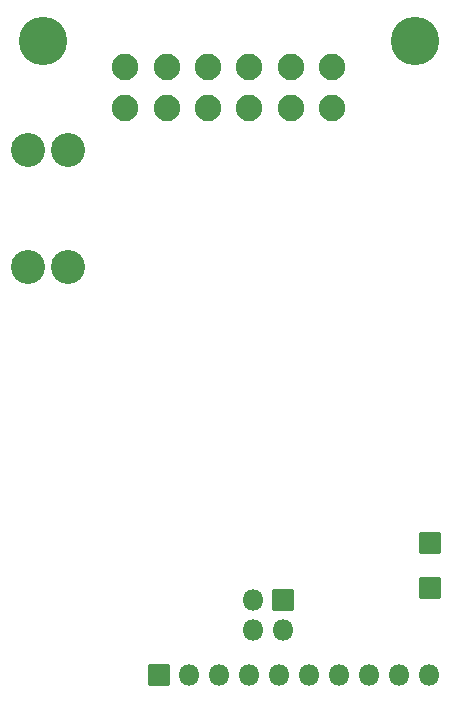
<source format=gbs>
G04 #@! TF.GenerationSoftware,KiCad,Pcbnew,6.0.4-6f826c9f35~116~ubuntu18.04.1*
G04 #@! TF.CreationDate,2022-04-10T17:08:25+03:00*
G04 #@! TF.ProjectId,wideband_controller,77696465-6261-46e6-945f-636f6e74726f,rev?*
G04 #@! TF.SameCoordinates,Original*
G04 #@! TF.FileFunction,Soldermask,Bot*
G04 #@! TF.FilePolarity,Negative*
%FSLAX46Y46*%
G04 Gerber Fmt 4.6, Leading zero omitted, Abs format (unit mm)*
G04 Created by KiCad (PCBNEW 6.0.4-6f826c9f35~116~ubuntu18.04.1) date 2022-04-10 17:08:25*
%MOMM*%
%LPD*%
G01*
G04 APERTURE LIST*
G04 Aperture macros list*
%AMRoundRect*
0 Rectangle with rounded corners*
0 $1 Rounding radius*
0 $2 $3 $4 $5 $6 $7 $8 $9 X,Y pos of 4 corners*
0 Add a 4 corners polygon primitive as box body*
4,1,4,$2,$3,$4,$5,$6,$7,$8,$9,$2,$3,0*
0 Add four circle primitives for the rounded corners*
1,1,$1+$1,$2,$3*
1,1,$1+$1,$4,$5*
1,1,$1+$1,$6,$7*
1,1,$1+$1,$8,$9*
0 Add four rect primitives between the rounded corners*
20,1,$1+$1,$2,$3,$4,$5,0*
20,1,$1+$1,$4,$5,$6,$7,0*
20,1,$1+$1,$6,$7,$8,$9,0*
20,1,$1+$1,$8,$9,$2,$3,0*%
G04 Aperture macros list end*
%ADD10C,4.098000*%
%ADD11C,2.248000*%
%ADD12RoundRect,0.049000X0.850000X0.850000X-0.850000X0.850000X-0.850000X-0.850000X0.850000X-0.850000X0*%
%ADD13C,2.878000*%
%ADD14RoundRect,0.049000X-0.850000X0.850000X-0.850000X-0.850000X0.850000X-0.850000X0.850000X0.850000X0*%
%ADD15O,1.798000X1.798000*%
%ADD16RoundRect,0.049000X0.850000X-0.850000X0.850000X0.850000X-0.850000X0.850000X-0.850000X-0.850000X0*%
G04 APERTURE END LIST*
D10*
X142750000Y-57800000D03*
X111250000Y-57800000D03*
D11*
X135750000Y-63500000D03*
X132250000Y-63500000D03*
X128750000Y-63500000D03*
X125250000Y-63500000D03*
X121750000Y-63500000D03*
X118250000Y-63500000D03*
X135750000Y-60000000D03*
X132250000Y-60000000D03*
X128750000Y-60000000D03*
X125250000Y-60000000D03*
X121750000Y-60000000D03*
X118250000Y-60000000D03*
D12*
X144018000Y-100330000D03*
D13*
X109982000Y-76962000D03*
X113382000Y-76962000D03*
X113382000Y-67042000D03*
X109982000Y-67042000D03*
D14*
X131572000Y-105156000D03*
D15*
X131572000Y-107696000D03*
X129032000Y-105156000D03*
X129032000Y-107696000D03*
D16*
X121056400Y-111455200D03*
D15*
X123596400Y-111455200D03*
X126136400Y-111455200D03*
X128676400Y-111455200D03*
X131216400Y-111455200D03*
X133756400Y-111455200D03*
X136296400Y-111455200D03*
X138836400Y-111455200D03*
X141376400Y-111455200D03*
X143916400Y-111455200D03*
D12*
X144018000Y-104140000D03*
M02*

</source>
